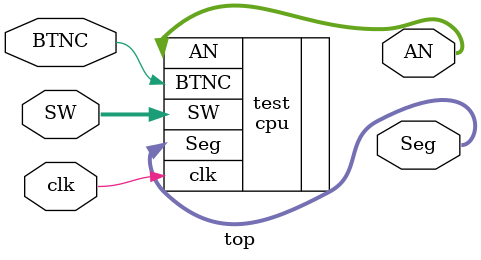
<source format=v>
`timescale 1ns / 1ps


module top(
    input [15:0] SW,
    input clk,
    input BTNC,
    output [7:0] AN,
    output [6:0] Seg
    );
    
    cpu test(.clk(clk),.SW(SW),.BTNC(BTNC),.AN(AN),.Seg(Seg));
    
    
endmodule

</source>
